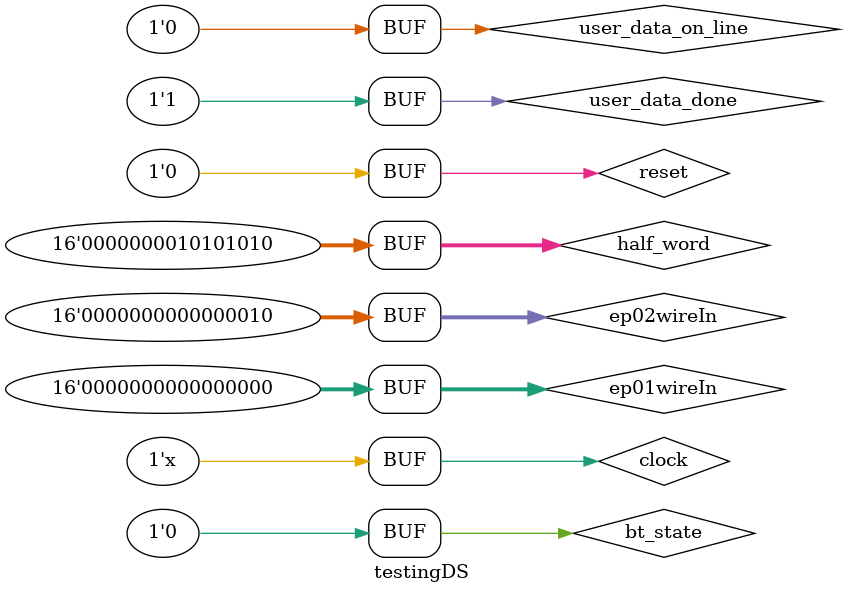
<source format=v>
`timescale 1us / 1ps

module testingDS;

	// Inputs
	reg clock;
	reg reset;
	reg bt_state;
	reg [15:0] ep01wireIn;
	reg [15:0] ep02wireIn;
	
	parameter uart_cpd = 10'd50;
	parameter uart_byte_spacing = 10'd12;
	
	reg [15:0] half_word;
	reg user_data_on_line;
	reg user_data_done;

	// Outputs
	wire fpga_txd;
	wire fpga_rxd;
	wire [15:0] ep20wireOut;
	wire [15:0] ep21wireOut;
	wire [15:0] ep22wireOut;
	wire [15:0] ep23wireOut;
	wire [15:0] ep24wireOut;
	wire [15:0] ep25wireOut;
//	wire [127:0] sensor_stream0, sensor_stream1, sensor_stream2, sensor_stream3, sensor_stream4, sensor_stream5, sensor_stream6, sensor_stream7;
//	wire [7:0] sensor_stream_ready;

	// Instantiate the Unit Under Test (UUT)
	FPGA_Bluetooth_connection uut (
		.clock(clock), 
		.bt_state(bt_state),  
		.fpga_txd(fpga_txd), 
		.fpga_rxd(fpga_rxd),
		.uart_cpd(uart_cpd),
		.uart_byte_spacing_limit(uart_byte_spacing),
//		.sensor_stream0(sensor_stream0), 
//		.sensor_stream1(sensor_stream1), 
//		.sensor_stream2(sensor_stream2), 
//		.sensor_stream3(sensor_stream3), 
//		.sensor_stream4(sensor_stream4), 
//		.sensor_stream5(sensor_stream5), 
//		.sensor_stream6(sensor_stream6), 
//		.sensor_stream7(sensor_stream7),
//		.sensor_stream_ready(sensor_stream_ready),
//		.access_sensor_stream(access_sensor_stream),
		.ep01wireIn(ep01wireIn), 
		.ep02wireIn(ep02wireIn),
		.ep20wireOut(ep20wireOut), 
		.ep21wireOut(ep21wireOut),
		.ep22wireOut(ep22wireOut),
		.ep23wireOut(ep23wireOut),
		.ep24wireOut(ep24wireOut), 
		.ep25wireOut(ep25wireOut)
	);
	
	UART_sender_for_testing help(
		.clock(clock), 
		.reset(reset),
		.uart_cpd(uart_cpd), 
		.uart_byte_spacing(uart_byte_spacing),
		.user_data_on_line(user_data_on_line), 
		.user_data_done(user_data_done),
		.tx_done(tx_done),
		.half_word(half_word),
		.tx_line(fpga_rxd)
	);
	always begin
		#1 clock = !clock;
	end

	initial begin
		// Initialize Inputs
		clock = 0;
		reset = 1;
		bt_state = 0;
		ep01wireIn = 0;
		ep02wireIn = 0;
		user_data_on_line = 1'b0;
		user_data_done = 1'b0;
		half_word = 16'h0000;

		// Wait 100 us for global reset to finish
		#100;
        
		// Add stimulus here
		#0 reset = 1'b0;
		#0 ep02wireIn = 16'h0001;
		
		#100 ep02wireIn = 16'h0002;
		
		#200 half_word = 16'h00AA;
		#200 user_data_on_line = 1'b1;
		#205 user_data_on_line = 1'b0;
		#210 user_data_done = 1'b1;
	end
endmodule


</source>
